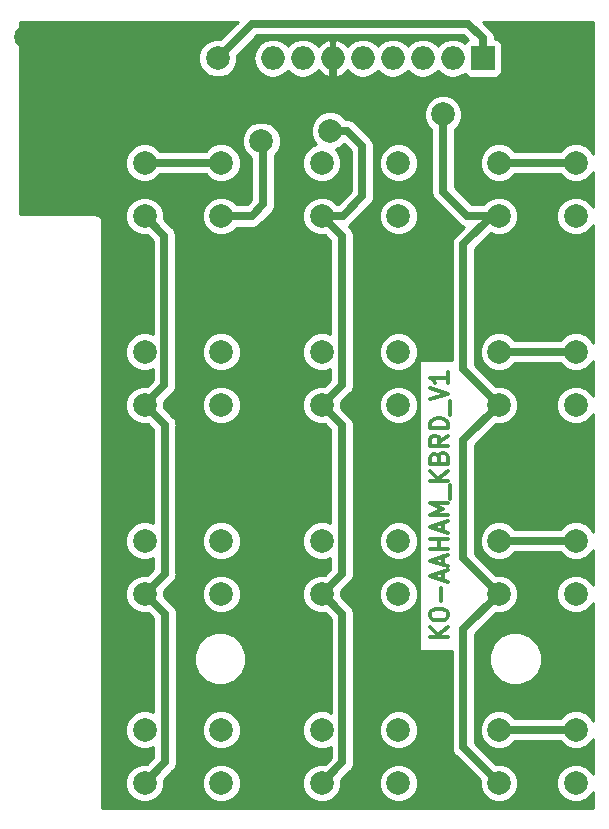
<source format=gbr>
G04 #@! TF.GenerationSoftware,KiCad,Pcbnew,5.0.2+dfsg1-1*
G04 #@! TF.CreationDate,2021-10-14T11:56:23+05:30*
G04 #@! TF.ProjectId,KEYBORD_PCB_V1,4b455942-4f52-4445-9f50-43425f56312e,rev?*
G04 #@! TF.SameCoordinates,Original*
G04 #@! TF.FileFunction,Copper,L1,Top*
G04 #@! TF.FilePolarity,Positive*
%FSLAX46Y46*%
G04 Gerber Fmt 4.6, Leading zero omitted, Abs format (unit mm)*
G04 Created by KiCad (PCBNEW 5.0.2+dfsg1-1) date Thu 14 Oct 2021 11:56:23 AM IST*
%MOMM*%
%LPD*%
G01*
G04 APERTURE LIST*
G04 #@! TA.AperFunction,NonConductor*
%ADD10C,0.300000*%
G04 #@! TD*
G04 #@! TA.AperFunction,ComponentPad*
%ADD11O,2.000000X2.000000*%
G04 #@! TD*
G04 #@! TA.AperFunction,ComponentPad*
%ADD12R,2.000000X2.000000*%
G04 #@! TD*
G04 #@! TA.AperFunction,ComponentPad*
%ADD13C,2.000000*%
G04 #@! TD*
G04 #@! TA.AperFunction,ViaPad*
%ADD14C,2.000000*%
G04 #@! TD*
G04 #@! TA.AperFunction,Conductor*
%ADD15C,0.700000*%
G04 #@! TD*
G04 #@! TA.AperFunction,Conductor*
%ADD16C,0.254000*%
G04 #@! TD*
G04 APERTURE END LIST*
D10*
X102678571Y-89178571D02*
X101178571Y-89178571D01*
X102678571Y-88321428D02*
X101821428Y-88964285D01*
X101178571Y-88321428D02*
X102035714Y-89178571D01*
X101178571Y-87392857D02*
X101178571Y-87107142D01*
X101250000Y-86964285D01*
X101392857Y-86821428D01*
X101678571Y-86750000D01*
X102178571Y-86750000D01*
X102464285Y-86821428D01*
X102607142Y-86964285D01*
X102678571Y-87107142D01*
X102678571Y-87392857D01*
X102607142Y-87535714D01*
X102464285Y-87678571D01*
X102178571Y-87750000D01*
X101678571Y-87750000D01*
X101392857Y-87678571D01*
X101250000Y-87535714D01*
X101178571Y-87392857D01*
X102107142Y-86107142D02*
X102107142Y-84964285D01*
X102250000Y-84321428D02*
X102250000Y-83607142D01*
X102678571Y-84464285D02*
X101178571Y-83964285D01*
X102678571Y-83464285D01*
X102250000Y-83035714D02*
X102250000Y-82321428D01*
X102678571Y-83178571D02*
X101178571Y-82678571D01*
X102678571Y-82178571D01*
X102678571Y-81678571D02*
X101178571Y-81678571D01*
X101892857Y-81678571D02*
X101892857Y-80821428D01*
X102678571Y-80821428D02*
X101178571Y-80821428D01*
X102250000Y-80178571D02*
X102250000Y-79464285D01*
X102678571Y-80321428D02*
X101178571Y-79821428D01*
X102678571Y-79321428D01*
X102678571Y-78821428D02*
X101178571Y-78821428D01*
X102250000Y-78321428D01*
X101178571Y-77821428D01*
X102678571Y-77821428D01*
X102821428Y-77464285D02*
X102821428Y-76321428D01*
X102678571Y-75964285D02*
X101178571Y-75964285D01*
X102678571Y-75107142D02*
X101821428Y-75750000D01*
X101178571Y-75107142D02*
X102035714Y-75964285D01*
X101892857Y-73964285D02*
X101964285Y-73750000D01*
X102035714Y-73678571D01*
X102178571Y-73607142D01*
X102392857Y-73607142D01*
X102535714Y-73678571D01*
X102607142Y-73750000D01*
X102678571Y-73892857D01*
X102678571Y-74464285D01*
X101178571Y-74464285D01*
X101178571Y-73964285D01*
X101250000Y-73821428D01*
X101321428Y-73750000D01*
X101464285Y-73678571D01*
X101607142Y-73678571D01*
X101750000Y-73750000D01*
X101821428Y-73821428D01*
X101892857Y-73964285D01*
X101892857Y-74464285D01*
X102678571Y-72107142D02*
X101964285Y-72607142D01*
X102678571Y-72964285D02*
X101178571Y-72964285D01*
X101178571Y-72392857D01*
X101250000Y-72250000D01*
X101321428Y-72178571D01*
X101464285Y-72107142D01*
X101678571Y-72107142D01*
X101821428Y-72178571D01*
X101892857Y-72250000D01*
X101964285Y-72392857D01*
X101964285Y-72964285D01*
X102678571Y-71464285D02*
X101178571Y-71464285D01*
X101178571Y-71107142D01*
X101250000Y-70892857D01*
X101392857Y-70750000D01*
X101535714Y-70678571D01*
X101821428Y-70607142D01*
X102035714Y-70607142D01*
X102321428Y-70678571D01*
X102464285Y-70750000D01*
X102607142Y-70892857D01*
X102678571Y-71107142D01*
X102678571Y-71464285D01*
X102821428Y-70321428D02*
X102821428Y-69178571D01*
X101178571Y-69035714D02*
X102678571Y-68535714D01*
X101178571Y-68035714D01*
X102678571Y-66750000D02*
X102678571Y-67607142D01*
X102678571Y-67178571D02*
X101178571Y-67178571D01*
X101392857Y-67321428D01*
X101535714Y-67464285D01*
X101607142Y-67607142D01*
D11*
G04 #@! TO.P,J1,8*
G04 #@! TO.N,+3V3*
X87870000Y-40150000D03*
G04 #@! TO.P,J1,7*
G04 #@! TO.N,Net-(J1-Pad7)*
X90410000Y-40150000D03*
G04 #@! TO.P,J1,6*
G04 #@! TO.N,GND*
X92950000Y-40150000D03*
G04 #@! TO.P,J1,5*
G04 #@! TO.N,Net-(J1-Pad5)*
X95490000Y-40150000D03*
G04 #@! TO.P,J1,4*
G04 #@! TO.N,Net-(J1-Pad4)*
X98030000Y-40150000D03*
G04 #@! TO.P,J1,3*
G04 #@! TO.N,Net-(J1-Pad3)*
X100570000Y-40150000D03*
G04 #@! TO.P,J1,2*
G04 #@! TO.N,SDA*
X103110000Y-40150000D03*
D12*
G04 #@! TO.P,J1,1*
G04 #@! TO.N,SCL*
X105650000Y-40150000D03*
G04 #@! TD*
D13*
G04 #@! TO.P,SW1,2*
G04 #@! TO.N,C1*
X77000000Y-53500000D03*
G04 #@! TO.P,SW1,1*
G04 #@! TO.N,R1*
X77000000Y-49000000D03*
G04 #@! TO.P,SW1,2*
G04 #@! TO.N,C1*
X83500000Y-53500000D03*
G04 #@! TO.P,SW1,1*
G04 #@! TO.N,R1*
X83500000Y-49000000D03*
G04 #@! TD*
G04 #@! TO.P,SW2,1*
G04 #@! TO.N,R2*
X83500000Y-65000000D03*
G04 #@! TO.P,SW2,2*
G04 #@! TO.N,C1*
X83500000Y-69500000D03*
G04 #@! TO.P,SW2,1*
G04 #@! TO.N,R2*
X77000000Y-65000000D03*
G04 #@! TO.P,SW2,2*
G04 #@! TO.N,C1*
X77000000Y-69500000D03*
G04 #@! TD*
G04 #@! TO.P,SW3,1*
G04 #@! TO.N,R3*
X83500000Y-81000000D03*
G04 #@! TO.P,SW3,2*
G04 #@! TO.N,C1*
X83500000Y-85500000D03*
G04 #@! TO.P,SW3,1*
G04 #@! TO.N,R3*
X77000000Y-81000000D03*
G04 #@! TO.P,SW3,2*
G04 #@! TO.N,C1*
X77000000Y-85500000D03*
G04 #@! TD*
G04 #@! TO.P,SW4,2*
G04 #@! TO.N,C1*
X77000000Y-101500000D03*
G04 #@! TO.P,SW4,1*
G04 #@! TO.N,R4*
X77000000Y-97000000D03*
G04 #@! TO.P,SW4,2*
G04 #@! TO.N,C1*
X83500000Y-101500000D03*
G04 #@! TO.P,SW4,1*
G04 #@! TO.N,R4*
X83500000Y-97000000D03*
G04 #@! TD*
G04 #@! TO.P,SW5,1*
G04 #@! TO.N,R1*
X98500000Y-49000000D03*
G04 #@! TO.P,SW5,2*
G04 #@! TO.N,C2*
X98500000Y-53500000D03*
G04 #@! TO.P,SW5,1*
G04 #@! TO.N,R1*
X92000000Y-49000000D03*
G04 #@! TO.P,SW5,2*
G04 #@! TO.N,C2*
X92000000Y-53500000D03*
G04 #@! TD*
G04 #@! TO.P,SW6,1*
G04 #@! TO.N,R2*
X98500000Y-65000000D03*
G04 #@! TO.P,SW6,2*
G04 #@! TO.N,C2*
X98500000Y-69500000D03*
G04 #@! TO.P,SW6,1*
G04 #@! TO.N,R2*
X92000000Y-65000000D03*
G04 #@! TO.P,SW6,2*
G04 #@! TO.N,C2*
X92000000Y-69500000D03*
G04 #@! TD*
G04 #@! TO.P,SW7,2*
G04 #@! TO.N,C2*
X92000000Y-85500000D03*
G04 #@! TO.P,SW7,1*
G04 #@! TO.N,R3*
X92000000Y-81000000D03*
G04 #@! TO.P,SW7,2*
G04 #@! TO.N,C2*
X98500000Y-85500000D03*
G04 #@! TO.P,SW7,1*
G04 #@! TO.N,R3*
X98500000Y-81000000D03*
G04 #@! TD*
G04 #@! TO.P,SW8,1*
G04 #@! TO.N,R4*
X98500000Y-97000000D03*
G04 #@! TO.P,SW8,2*
G04 #@! TO.N,C2*
X98500000Y-101500000D03*
G04 #@! TO.P,SW8,1*
G04 #@! TO.N,R4*
X92000000Y-97000000D03*
G04 #@! TO.P,SW8,2*
G04 #@! TO.N,C2*
X92000000Y-101500000D03*
G04 #@! TD*
G04 #@! TO.P,SW9,2*
G04 #@! TO.N,C3*
X107000000Y-53500000D03*
G04 #@! TO.P,SW9,1*
G04 #@! TO.N,R1*
X107000000Y-49000000D03*
G04 #@! TO.P,SW9,2*
G04 #@! TO.N,C3*
X113500000Y-53500000D03*
G04 #@! TO.P,SW9,1*
G04 #@! TO.N,R1*
X113500000Y-49000000D03*
G04 #@! TD*
G04 #@! TO.P,SW10,2*
G04 #@! TO.N,C3*
X107000000Y-69500000D03*
G04 #@! TO.P,SW10,1*
G04 #@! TO.N,R2*
X107000000Y-65000000D03*
G04 #@! TO.P,SW10,2*
G04 #@! TO.N,C3*
X113500000Y-69500000D03*
G04 #@! TO.P,SW10,1*
G04 #@! TO.N,R2*
X113500000Y-65000000D03*
G04 #@! TD*
G04 #@! TO.P,SW11,2*
G04 #@! TO.N,C3*
X107000000Y-85500000D03*
G04 #@! TO.P,SW11,1*
G04 #@! TO.N,R3*
X107000000Y-81000000D03*
G04 #@! TO.P,SW11,2*
G04 #@! TO.N,C3*
X113500000Y-85500000D03*
G04 #@! TO.P,SW11,1*
G04 #@! TO.N,R3*
X113500000Y-81000000D03*
G04 #@! TD*
G04 #@! TO.P,SW12,1*
G04 #@! TO.N,R4*
X113500000Y-97000000D03*
G04 #@! TO.P,SW12,2*
G04 #@! TO.N,C3*
X113500000Y-101500000D03*
G04 #@! TO.P,SW12,1*
G04 #@! TO.N,R4*
X107000000Y-97000000D03*
G04 #@! TO.P,SW12,2*
G04 #@! TO.N,C3*
X107000000Y-101500000D03*
G04 #@! TD*
D14*
G04 #@! TO.N,GND*
X66990010Y-38360000D03*
X81970000Y-46140000D03*
G04 #@! TO.N,C1*
X86880003Y-47140000D03*
G04 #@! TO.N,C2*
X92730000Y-46280000D03*
G04 #@! TO.N,C3*
X102280000Y-44910000D03*
G04 #@! TO.N,SCL*
X83200024Y-40140000D03*
G04 #@! TD*
D15*
G04 #@! TO.N,R4*
X107000000Y-97000000D02*
X113500000Y-97000000D01*
G04 #@! TO.N,R3*
X107000000Y-81000000D02*
X113500000Y-81000000D01*
G04 #@! TO.N,R2*
X107000000Y-65000000D02*
X113500000Y-65000000D01*
G04 #@! TO.N,R1*
X83500000Y-49000000D02*
X77000000Y-49000000D01*
X107000000Y-49000000D02*
X113500000Y-49000000D01*
G04 #@! TO.N,GND*
X66990010Y-38360000D02*
X74190000Y-38360000D01*
X74190000Y-38360000D02*
X80970001Y-45140001D01*
X80970001Y-45140001D02*
X81970000Y-46140000D01*
X85454213Y-44070000D02*
X83384213Y-46140000D01*
X91110000Y-44070000D02*
X85454213Y-44070000D01*
X83384213Y-46140000D02*
X81970000Y-46140000D01*
X92950000Y-40150000D02*
X92950000Y-42230000D01*
X92950000Y-42230000D02*
X91110000Y-44070000D01*
G04 #@! TO.N,C1*
X87040000Y-52530000D02*
X86070000Y-53500000D01*
X86880003Y-47140000D02*
X87040000Y-47299997D01*
X86070000Y-53500000D02*
X83500000Y-53500000D01*
X87040000Y-47299997D02*
X87040000Y-52530000D01*
X78720000Y-83780000D02*
X77000000Y-85500000D01*
X78720000Y-71190000D02*
X78720000Y-83780000D01*
X77040000Y-69510000D02*
X78720000Y-71190000D01*
X78730000Y-87160000D02*
X78730000Y-99750000D01*
X78730000Y-99750000D02*
X77010000Y-101470000D01*
X77050000Y-85480000D02*
X78730000Y-87160000D01*
X77999999Y-68500001D02*
X77000000Y-69500000D01*
X77000000Y-53500000D02*
X78680000Y-55180000D01*
X78680000Y-67820000D02*
X77999999Y-68500001D01*
X78680000Y-55180000D02*
X78680000Y-67820000D01*
G04 #@! TO.N,C2*
X93750000Y-87180000D02*
X93750000Y-99770000D01*
X92070000Y-85500000D02*
X93750000Y-87180000D01*
X93750000Y-99770000D02*
X92030000Y-101490000D01*
X94144213Y-46280000D02*
X95450000Y-47585787D01*
X92730000Y-46280000D02*
X94144213Y-46280000D01*
X95450000Y-47585787D02*
X95450000Y-51820000D01*
X93770000Y-53500000D02*
X92000000Y-53500000D01*
X95450000Y-51820000D02*
X93770000Y-53500000D01*
X93720000Y-83800000D02*
X92000000Y-85520000D01*
X93720000Y-71210000D02*
X93720000Y-83800000D01*
X92040000Y-69530000D02*
X93720000Y-71210000D01*
X93029999Y-68500001D02*
X92030000Y-69500000D01*
X93710000Y-67820000D02*
X93029999Y-68500001D01*
X92030000Y-53500000D02*
X93710000Y-55180000D01*
X93710000Y-55180000D02*
X93710000Y-67820000D01*
G04 #@! TO.N,C3*
X102270000Y-51440000D02*
X104330000Y-53500000D01*
X102270000Y-46334213D02*
X102270000Y-51440000D01*
X102280000Y-44910000D02*
X102280000Y-46324213D01*
X104330000Y-53500000D02*
X107000000Y-53500000D01*
X102280000Y-46324213D02*
X102270000Y-46334213D01*
X104000000Y-66500000D02*
X107000000Y-69500000D01*
X104000000Y-55900000D02*
X104000000Y-66500000D01*
X107000000Y-53500000D02*
X106400000Y-53500000D01*
X106400000Y-53500000D02*
X104000000Y-55900000D01*
X104000000Y-72500000D02*
X107000000Y-69500000D01*
X107000000Y-85500000D02*
X104000000Y-82500000D01*
X104000000Y-82500000D02*
X104000000Y-72500000D01*
X104000000Y-88500000D02*
X107000000Y-85500000D01*
X107000000Y-101500000D02*
X104000000Y-98500000D01*
X104000000Y-98500000D02*
X104000000Y-88500000D01*
G04 #@! TO.N,SCL*
X105650000Y-40150000D02*
X105650000Y-38450000D01*
X86130024Y-37210000D02*
X84200023Y-39140001D01*
X105650000Y-38450000D02*
X104410000Y-37210000D01*
X104410000Y-37210000D02*
X86130024Y-37210000D01*
X84200023Y-39140001D02*
X83200024Y-40140000D01*
G04 #@! TD*
D16*
G04 #@! TO.N,GND*
G36*
X83572120Y-38374904D02*
X83442024Y-38505000D01*
X82874802Y-38505000D01*
X82273871Y-38753914D01*
X81813938Y-39213847D01*
X81565024Y-39814778D01*
X81565024Y-40465222D01*
X81813938Y-41066153D01*
X82273871Y-41526086D01*
X82874802Y-41775000D01*
X83525246Y-41775000D01*
X84126177Y-41526086D01*
X84586110Y-41066153D01*
X84835024Y-40465222D01*
X84835024Y-40150000D01*
X86202969Y-40150000D01*
X86329864Y-40787945D01*
X86691231Y-41328769D01*
X87232055Y-41690136D01*
X87708969Y-41785000D01*
X88031031Y-41785000D01*
X88507945Y-41690136D01*
X89048769Y-41328769D01*
X89140000Y-41192232D01*
X89231231Y-41328769D01*
X89772055Y-41690136D01*
X90248969Y-41785000D01*
X90571031Y-41785000D01*
X91047945Y-41690136D01*
X91588769Y-41328769D01*
X91693499Y-41172029D01*
X92094615Y-41543402D01*
X92569566Y-41740124D01*
X92823000Y-41620777D01*
X92823000Y-40277000D01*
X92803000Y-40277000D01*
X92803000Y-40023000D01*
X92823000Y-40023000D01*
X92823000Y-38679223D01*
X92569566Y-38559876D01*
X92094615Y-38756598D01*
X91693499Y-39127971D01*
X91588769Y-38971231D01*
X91047945Y-38609864D01*
X90571031Y-38515000D01*
X90248969Y-38515000D01*
X89772055Y-38609864D01*
X89231231Y-38971231D01*
X89140000Y-39107768D01*
X89048769Y-38971231D01*
X88507945Y-38609864D01*
X88031031Y-38515000D01*
X87708969Y-38515000D01*
X87232055Y-38609864D01*
X86691231Y-38971231D01*
X86329864Y-39512055D01*
X86202969Y-40150000D01*
X84835024Y-40150000D01*
X84835024Y-39898000D01*
X84965120Y-39767904D01*
X86538025Y-38195000D01*
X104002000Y-38195000D01*
X104376223Y-38569224D01*
X104192191Y-38692191D01*
X104093100Y-38840489D01*
X103747945Y-38609864D01*
X103271031Y-38515000D01*
X102948969Y-38515000D01*
X102472055Y-38609864D01*
X101931231Y-38971231D01*
X101840000Y-39107768D01*
X101748769Y-38971231D01*
X101207945Y-38609864D01*
X100731031Y-38515000D01*
X100408969Y-38515000D01*
X99932055Y-38609864D01*
X99391231Y-38971231D01*
X99300000Y-39107768D01*
X99208769Y-38971231D01*
X98667945Y-38609864D01*
X98191031Y-38515000D01*
X97868969Y-38515000D01*
X97392055Y-38609864D01*
X96851231Y-38971231D01*
X96760000Y-39107768D01*
X96668769Y-38971231D01*
X96127945Y-38609864D01*
X95651031Y-38515000D01*
X95328969Y-38515000D01*
X94852055Y-38609864D01*
X94311231Y-38971231D01*
X94206501Y-39127971D01*
X93805385Y-38756598D01*
X93330434Y-38559876D01*
X93077000Y-38679223D01*
X93077000Y-40023000D01*
X93097000Y-40023000D01*
X93097000Y-40277000D01*
X93077000Y-40277000D01*
X93077000Y-41620777D01*
X93330434Y-41740124D01*
X93805385Y-41543402D01*
X94206501Y-41172029D01*
X94311231Y-41328769D01*
X94852055Y-41690136D01*
X95328969Y-41785000D01*
X95651031Y-41785000D01*
X96127945Y-41690136D01*
X96668769Y-41328769D01*
X96760000Y-41192232D01*
X96851231Y-41328769D01*
X97392055Y-41690136D01*
X97868969Y-41785000D01*
X98191031Y-41785000D01*
X98667945Y-41690136D01*
X99208769Y-41328769D01*
X99300000Y-41192232D01*
X99391231Y-41328769D01*
X99932055Y-41690136D01*
X100408969Y-41785000D01*
X100731031Y-41785000D01*
X101207945Y-41690136D01*
X101748769Y-41328769D01*
X101840000Y-41192232D01*
X101931231Y-41328769D01*
X102472055Y-41690136D01*
X102948969Y-41785000D01*
X103271031Y-41785000D01*
X103747945Y-41690136D01*
X104093100Y-41459511D01*
X104192191Y-41607809D01*
X104402235Y-41748157D01*
X104650000Y-41797440D01*
X106650000Y-41797440D01*
X106897765Y-41748157D01*
X107107809Y-41607809D01*
X107248157Y-41397765D01*
X107297440Y-41150000D01*
X107297440Y-39150000D01*
X107248157Y-38902235D01*
X107107809Y-38692191D01*
X106897765Y-38551843D01*
X106650000Y-38502560D01*
X106643841Y-38502560D01*
X106654296Y-38450000D01*
X106635000Y-38352992D01*
X106635000Y-38352988D01*
X106577849Y-38065672D01*
X106425659Y-37837903D01*
X106415098Y-37822097D01*
X106415096Y-37822095D01*
X106360145Y-37739855D01*
X106277905Y-37684904D01*
X105668000Y-37075000D01*
X114955000Y-37075000D01*
X114955000Y-48240220D01*
X114886086Y-48073847D01*
X114426153Y-47613914D01*
X113825222Y-47365000D01*
X113174778Y-47365000D01*
X112573847Y-47613914D01*
X112172761Y-48015000D01*
X108327239Y-48015000D01*
X107926153Y-47613914D01*
X107325222Y-47365000D01*
X106674778Y-47365000D01*
X106073847Y-47613914D01*
X105613914Y-48073847D01*
X105365000Y-48674778D01*
X105365000Y-49325222D01*
X105613914Y-49926153D01*
X106073847Y-50386086D01*
X106674778Y-50635000D01*
X107325222Y-50635000D01*
X107926153Y-50386086D01*
X108327239Y-49985000D01*
X112172761Y-49985000D01*
X112573847Y-50386086D01*
X113174778Y-50635000D01*
X113825222Y-50635000D01*
X114426153Y-50386086D01*
X114886086Y-49926153D01*
X114955000Y-49759780D01*
X114955000Y-52740221D01*
X114886086Y-52573847D01*
X114426153Y-52113914D01*
X113825222Y-51865000D01*
X113174778Y-51865000D01*
X112573847Y-52113914D01*
X112113914Y-52573847D01*
X111865000Y-53174778D01*
X111865000Y-53825222D01*
X112113914Y-54426153D01*
X112573847Y-54886086D01*
X113174778Y-55135000D01*
X113825222Y-55135000D01*
X114426153Y-54886086D01*
X114886086Y-54426153D01*
X114955000Y-54259779D01*
X114955000Y-64240221D01*
X114886086Y-64073847D01*
X114426153Y-63613914D01*
X113825222Y-63365000D01*
X113174778Y-63365000D01*
X112573847Y-63613914D01*
X112172761Y-64015000D01*
X108327239Y-64015000D01*
X107926153Y-63613914D01*
X107325222Y-63365000D01*
X106674778Y-63365000D01*
X106073847Y-63613914D01*
X105613914Y-64073847D01*
X105365000Y-64674778D01*
X105365000Y-65325222D01*
X105613914Y-65926153D01*
X106073847Y-66386086D01*
X106674778Y-66635000D01*
X107325222Y-66635000D01*
X107926153Y-66386086D01*
X108327239Y-65985000D01*
X112172761Y-65985000D01*
X112573847Y-66386086D01*
X113174778Y-66635000D01*
X113825222Y-66635000D01*
X114426153Y-66386086D01*
X114886086Y-65926153D01*
X114955000Y-65759779D01*
X114955000Y-68740221D01*
X114886086Y-68573847D01*
X114426153Y-68113914D01*
X113825222Y-67865000D01*
X113174778Y-67865000D01*
X112573847Y-68113914D01*
X112113914Y-68573847D01*
X111865000Y-69174778D01*
X111865000Y-69825222D01*
X112113914Y-70426153D01*
X112573847Y-70886086D01*
X113174778Y-71135000D01*
X113825222Y-71135000D01*
X114426153Y-70886086D01*
X114886086Y-70426153D01*
X114955000Y-70259779D01*
X114955001Y-80240222D01*
X114886086Y-80073847D01*
X114426153Y-79613914D01*
X113825222Y-79365000D01*
X113174778Y-79365000D01*
X112573847Y-79613914D01*
X112172761Y-80015000D01*
X108327239Y-80015000D01*
X107926153Y-79613914D01*
X107325222Y-79365000D01*
X106674778Y-79365000D01*
X106073847Y-79613914D01*
X105613914Y-80073847D01*
X105365000Y-80674778D01*
X105365000Y-81325222D01*
X105613914Y-81926153D01*
X106073847Y-82386086D01*
X106674778Y-82635000D01*
X107325222Y-82635000D01*
X107926153Y-82386086D01*
X108327239Y-81985000D01*
X112172761Y-81985000D01*
X112573847Y-82386086D01*
X113174778Y-82635000D01*
X113825222Y-82635000D01*
X114426153Y-82386086D01*
X114886086Y-81926153D01*
X114955001Y-81759778D01*
X114955001Y-84740222D01*
X114886086Y-84573847D01*
X114426153Y-84113914D01*
X113825222Y-83865000D01*
X113174778Y-83865000D01*
X112573847Y-84113914D01*
X112113914Y-84573847D01*
X111865000Y-85174778D01*
X111865000Y-85825222D01*
X112113914Y-86426153D01*
X112573847Y-86886086D01*
X113174778Y-87135000D01*
X113825222Y-87135000D01*
X114426153Y-86886086D01*
X114886086Y-86426153D01*
X114955001Y-86259778D01*
X114955001Y-96240222D01*
X114886086Y-96073847D01*
X114426153Y-95613914D01*
X113825222Y-95365000D01*
X113174778Y-95365000D01*
X112573847Y-95613914D01*
X112172761Y-96015000D01*
X108327239Y-96015000D01*
X107926153Y-95613914D01*
X107325222Y-95365000D01*
X106674778Y-95365000D01*
X106073847Y-95613914D01*
X105613914Y-96073847D01*
X105365000Y-96674778D01*
X105365000Y-97325222D01*
X105613914Y-97926153D01*
X106073847Y-98386086D01*
X106674778Y-98635000D01*
X107325222Y-98635000D01*
X107926153Y-98386086D01*
X108327239Y-97985000D01*
X112172761Y-97985000D01*
X112573847Y-98386086D01*
X113174778Y-98635000D01*
X113825222Y-98635000D01*
X114426153Y-98386086D01*
X114886086Y-97926153D01*
X114955001Y-97759778D01*
X114955001Y-100740222D01*
X114886086Y-100573847D01*
X114426153Y-100113914D01*
X113825222Y-99865000D01*
X113174778Y-99865000D01*
X112573847Y-100113914D01*
X112113914Y-100573847D01*
X111865000Y-101174778D01*
X111865000Y-101825222D01*
X112113914Y-102426153D01*
X112573847Y-102886086D01*
X113174778Y-103135000D01*
X113825222Y-103135000D01*
X114426153Y-102886086D01*
X114886086Y-102426153D01*
X114955001Y-102259778D01*
X114955001Y-103605000D01*
X73425000Y-103605000D01*
X73425000Y-54142387D01*
X73439399Y-54070000D01*
X73382354Y-53783217D01*
X73219905Y-53540095D01*
X72976783Y-53377646D01*
X72762388Y-53335000D01*
X72690000Y-53320601D01*
X72617612Y-53335000D01*
X66425000Y-53335000D01*
X66425000Y-53174778D01*
X75365000Y-53174778D01*
X75365000Y-53825222D01*
X75613914Y-54426153D01*
X76073847Y-54886086D01*
X76674778Y-55135000D01*
X77241999Y-55135000D01*
X77695000Y-55588001D01*
X77695001Y-63518167D01*
X77325222Y-63365000D01*
X76674778Y-63365000D01*
X76073847Y-63613914D01*
X75613914Y-64073847D01*
X75365000Y-64674778D01*
X75365000Y-65325222D01*
X75613914Y-65926153D01*
X76073847Y-66386086D01*
X76674778Y-66635000D01*
X77325222Y-66635000D01*
X77695001Y-66481832D01*
X77695001Y-67411998D01*
X77372095Y-67734904D01*
X77372096Y-67734904D01*
X77242000Y-67865000D01*
X76674778Y-67865000D01*
X76073847Y-68113914D01*
X75613914Y-68573847D01*
X75365000Y-69174778D01*
X75365000Y-69825222D01*
X75613914Y-70426153D01*
X76073847Y-70886086D01*
X76674778Y-71135000D01*
X77271999Y-71135000D01*
X77735000Y-71598001D01*
X77735001Y-79534736D01*
X77325222Y-79365000D01*
X76674778Y-79365000D01*
X76073847Y-79613914D01*
X75613914Y-80073847D01*
X75365000Y-80674778D01*
X75365000Y-81325222D01*
X75613914Y-81926153D01*
X76073847Y-82386086D01*
X76674778Y-82635000D01*
X77325222Y-82635000D01*
X77735001Y-82465264D01*
X77735001Y-83371999D01*
X77242000Y-83865000D01*
X76674778Y-83865000D01*
X76073847Y-84113914D01*
X75613914Y-84573847D01*
X75365000Y-85174778D01*
X75365000Y-85825222D01*
X75613914Y-86426153D01*
X76073847Y-86886086D01*
X76674778Y-87135000D01*
X77311999Y-87135000D01*
X77745000Y-87568001D01*
X77745001Y-95538878D01*
X77325222Y-95365000D01*
X76674778Y-95365000D01*
X76073847Y-95613914D01*
X75613914Y-96073847D01*
X75365000Y-96674778D01*
X75365000Y-97325222D01*
X75613914Y-97926153D01*
X76073847Y-98386086D01*
X76674778Y-98635000D01*
X77325222Y-98635000D01*
X77745001Y-98461122D01*
X77745001Y-99341999D01*
X77222000Y-99865000D01*
X76674778Y-99865000D01*
X76073847Y-100113914D01*
X75613914Y-100573847D01*
X75365000Y-101174778D01*
X75365000Y-101825222D01*
X75613914Y-102426153D01*
X76073847Y-102886086D01*
X76674778Y-103135000D01*
X77325222Y-103135000D01*
X77926153Y-102886086D01*
X78386086Y-102426153D01*
X78635000Y-101825222D01*
X78635000Y-101238000D01*
X78698222Y-101174778D01*
X81865000Y-101174778D01*
X81865000Y-101825222D01*
X82113914Y-102426153D01*
X82573847Y-102886086D01*
X83174778Y-103135000D01*
X83825222Y-103135000D01*
X84426153Y-102886086D01*
X84886086Y-102426153D01*
X85135000Y-101825222D01*
X85135000Y-101174778D01*
X84886086Y-100573847D01*
X84426153Y-100113914D01*
X83825222Y-99865000D01*
X83174778Y-99865000D01*
X82573847Y-100113914D01*
X82113914Y-100573847D01*
X81865000Y-101174778D01*
X78698222Y-101174778D01*
X79357902Y-100515098D01*
X79440145Y-100460145D01*
X79657849Y-100134328D01*
X79715000Y-99847012D01*
X79715000Y-99847009D01*
X79734296Y-99750001D01*
X79715000Y-99652993D01*
X79715000Y-96674778D01*
X81865000Y-96674778D01*
X81865000Y-97325222D01*
X82113914Y-97926153D01*
X82573847Y-98386086D01*
X83174778Y-98635000D01*
X83825222Y-98635000D01*
X84426153Y-98386086D01*
X84886086Y-97926153D01*
X85135000Y-97325222D01*
X85135000Y-96674778D01*
X84886086Y-96073847D01*
X84426153Y-95613914D01*
X83825222Y-95365000D01*
X83174778Y-95365000D01*
X82573847Y-95613914D01*
X82113914Y-96073847D01*
X81865000Y-96674778D01*
X79715000Y-96674778D01*
X79715000Y-90555431D01*
X81155000Y-90555431D01*
X81155000Y-91444569D01*
X81495259Y-92266026D01*
X82123974Y-92894741D01*
X82945431Y-93235000D01*
X83834569Y-93235000D01*
X84656026Y-92894741D01*
X85284741Y-92266026D01*
X85625000Y-91444569D01*
X85625000Y-90555431D01*
X85284741Y-89733974D01*
X84656026Y-89105259D01*
X83834569Y-88765000D01*
X82945431Y-88765000D01*
X82123974Y-89105259D01*
X81495259Y-89733974D01*
X81155000Y-90555431D01*
X79715000Y-90555431D01*
X79715000Y-87257008D01*
X79734296Y-87160000D01*
X79715000Y-87062992D01*
X79715000Y-87062988D01*
X79657849Y-86775672D01*
X79495098Y-86532097D01*
X79495096Y-86532095D01*
X79440145Y-86449855D01*
X79357905Y-86394904D01*
X78635000Y-85671999D01*
X78635000Y-85258000D01*
X78718222Y-85174778D01*
X81865000Y-85174778D01*
X81865000Y-85825222D01*
X82113914Y-86426153D01*
X82573847Y-86886086D01*
X83174778Y-87135000D01*
X83825222Y-87135000D01*
X84426153Y-86886086D01*
X84886086Y-86426153D01*
X85135000Y-85825222D01*
X85135000Y-85174778D01*
X84886086Y-84573847D01*
X84426153Y-84113914D01*
X83825222Y-83865000D01*
X83174778Y-83865000D01*
X82573847Y-84113914D01*
X82113914Y-84573847D01*
X81865000Y-85174778D01*
X78718222Y-85174778D01*
X79347902Y-84545098D01*
X79430145Y-84490145D01*
X79647849Y-84164328D01*
X79705000Y-83877012D01*
X79705000Y-83877009D01*
X79724296Y-83780001D01*
X79705000Y-83682993D01*
X79705000Y-80674778D01*
X81865000Y-80674778D01*
X81865000Y-81325222D01*
X82113914Y-81926153D01*
X82573847Y-82386086D01*
X83174778Y-82635000D01*
X83825222Y-82635000D01*
X84426153Y-82386086D01*
X84886086Y-81926153D01*
X85135000Y-81325222D01*
X85135000Y-80674778D01*
X84886086Y-80073847D01*
X84426153Y-79613914D01*
X83825222Y-79365000D01*
X83174778Y-79365000D01*
X82573847Y-79613914D01*
X82113914Y-80073847D01*
X81865000Y-80674778D01*
X79705000Y-80674778D01*
X79705000Y-71287008D01*
X79724296Y-71190000D01*
X79705000Y-71092992D01*
X79705000Y-71092988D01*
X79647849Y-70805672D01*
X79485098Y-70562097D01*
X79485096Y-70562095D01*
X79430145Y-70479855D01*
X79347905Y-70424904D01*
X78635000Y-69711999D01*
X78635000Y-69258000D01*
X78718222Y-69174778D01*
X81865000Y-69174778D01*
X81865000Y-69825222D01*
X82113914Y-70426153D01*
X82573847Y-70886086D01*
X83174778Y-71135000D01*
X83825222Y-71135000D01*
X84426153Y-70886086D01*
X84886086Y-70426153D01*
X85135000Y-69825222D01*
X85135000Y-69174778D01*
X84886086Y-68573847D01*
X84426153Y-68113914D01*
X83825222Y-67865000D01*
X83174778Y-67865000D01*
X82573847Y-68113914D01*
X82113914Y-68573847D01*
X81865000Y-69174778D01*
X78718222Y-69174778D01*
X79307904Y-68585096D01*
X79390145Y-68530145D01*
X79445096Y-68447905D01*
X79445098Y-68447903D01*
X79607849Y-68204328D01*
X79625483Y-68115674D01*
X79665000Y-67917012D01*
X79665000Y-67917008D01*
X79684296Y-67820000D01*
X79665000Y-67722992D01*
X79665000Y-64674778D01*
X81865000Y-64674778D01*
X81865000Y-65325222D01*
X82113914Y-65926153D01*
X82573847Y-66386086D01*
X83174778Y-66635000D01*
X83825222Y-66635000D01*
X84426153Y-66386086D01*
X84886086Y-65926153D01*
X85135000Y-65325222D01*
X85135000Y-64674778D01*
X84886086Y-64073847D01*
X84426153Y-63613914D01*
X83825222Y-63365000D01*
X83174778Y-63365000D01*
X82573847Y-63613914D01*
X82113914Y-64073847D01*
X81865000Y-64674778D01*
X79665000Y-64674778D01*
X79665000Y-55277008D01*
X79684296Y-55180000D01*
X79665000Y-55082992D01*
X79665000Y-55082988D01*
X79607849Y-54795672D01*
X79477042Y-54599905D01*
X79445098Y-54552097D01*
X79445096Y-54552095D01*
X79390145Y-54469855D01*
X79307905Y-54414904D01*
X78635000Y-53741999D01*
X78635000Y-53174778D01*
X81865000Y-53174778D01*
X81865000Y-53825222D01*
X82113914Y-54426153D01*
X82573847Y-54886086D01*
X83174778Y-55135000D01*
X83825222Y-55135000D01*
X84426153Y-54886086D01*
X84827239Y-54485000D01*
X85972992Y-54485000D01*
X86070000Y-54504296D01*
X86167008Y-54485000D01*
X86167012Y-54485000D01*
X86454328Y-54427849D01*
X86780145Y-54210145D01*
X86835098Y-54127902D01*
X87667902Y-53295098D01*
X87750145Y-53240145D01*
X87967849Y-52914328D01*
X88025000Y-52627012D01*
X88025000Y-52627009D01*
X88044296Y-52530001D01*
X88025000Y-52432993D01*
X88025000Y-48674778D01*
X90365000Y-48674778D01*
X90365000Y-49325222D01*
X90613914Y-49926153D01*
X91073847Y-50386086D01*
X91674778Y-50635000D01*
X92325222Y-50635000D01*
X92926153Y-50386086D01*
X93386086Y-49926153D01*
X93635000Y-49325222D01*
X93635000Y-48674778D01*
X93386086Y-48073847D01*
X93176856Y-47864617D01*
X93656153Y-47666086D01*
X93896726Y-47425513D01*
X94465000Y-47993788D01*
X94465001Y-51411998D01*
X93362000Y-52515000D01*
X93327239Y-52515000D01*
X92926153Y-52113914D01*
X92325222Y-51865000D01*
X91674778Y-51865000D01*
X91073847Y-52113914D01*
X90613914Y-52573847D01*
X90365000Y-53174778D01*
X90365000Y-53825222D01*
X90613914Y-54426153D01*
X91073847Y-54886086D01*
X91674778Y-55135000D01*
X92271999Y-55135000D01*
X92725000Y-55588001D01*
X92725001Y-63530594D01*
X92325222Y-63365000D01*
X91674778Y-63365000D01*
X91073847Y-63613914D01*
X90613914Y-64073847D01*
X90365000Y-64674778D01*
X90365000Y-65325222D01*
X90613914Y-65926153D01*
X91073847Y-66386086D01*
X91674778Y-66635000D01*
X92325222Y-66635000D01*
X92725001Y-66469406D01*
X92725001Y-67411998D01*
X92402095Y-67734904D01*
X92402096Y-67734904D01*
X92272000Y-67865000D01*
X91674778Y-67865000D01*
X91073847Y-68113914D01*
X90613914Y-68573847D01*
X90365000Y-69174778D01*
X90365000Y-69825222D01*
X90613914Y-70426153D01*
X91073847Y-70886086D01*
X91674778Y-71135000D01*
X92251999Y-71135000D01*
X92735000Y-71618001D01*
X92735001Y-79534736D01*
X92325222Y-79365000D01*
X91674778Y-79365000D01*
X91073847Y-79613914D01*
X90613914Y-80073847D01*
X90365000Y-80674778D01*
X90365000Y-81325222D01*
X90613914Y-81926153D01*
X91073847Y-82386086D01*
X91674778Y-82635000D01*
X92325222Y-82635000D01*
X92735001Y-82465264D01*
X92735001Y-83391999D01*
X92262000Y-83865000D01*
X91674778Y-83865000D01*
X91073847Y-84113914D01*
X90613914Y-84573847D01*
X90365000Y-85174778D01*
X90365000Y-85825222D01*
X90613914Y-86426153D01*
X91073847Y-86886086D01*
X91674778Y-87135000D01*
X92311999Y-87135000D01*
X92765000Y-87588001D01*
X92765001Y-95547162D01*
X92325222Y-95365000D01*
X91674778Y-95365000D01*
X91073847Y-95613914D01*
X90613914Y-96073847D01*
X90365000Y-96674778D01*
X90365000Y-97325222D01*
X90613914Y-97926153D01*
X91073847Y-98386086D01*
X91674778Y-98635000D01*
X92325222Y-98635000D01*
X92765001Y-98452837D01*
X92765001Y-99361999D01*
X92262000Y-99865000D01*
X91674778Y-99865000D01*
X91073847Y-100113914D01*
X90613914Y-100573847D01*
X90365000Y-101174778D01*
X90365000Y-101825222D01*
X90613914Y-102426153D01*
X91073847Y-102886086D01*
X91674778Y-103135000D01*
X92325222Y-103135000D01*
X92926153Y-102886086D01*
X93386086Y-102426153D01*
X93635000Y-101825222D01*
X93635000Y-101278000D01*
X93738222Y-101174778D01*
X96865000Y-101174778D01*
X96865000Y-101825222D01*
X97113914Y-102426153D01*
X97573847Y-102886086D01*
X98174778Y-103135000D01*
X98825222Y-103135000D01*
X99426153Y-102886086D01*
X99886086Y-102426153D01*
X100135000Y-101825222D01*
X100135000Y-101174778D01*
X99886086Y-100573847D01*
X99426153Y-100113914D01*
X98825222Y-99865000D01*
X98174778Y-99865000D01*
X97573847Y-100113914D01*
X97113914Y-100573847D01*
X96865000Y-101174778D01*
X93738222Y-101174778D01*
X94377902Y-100535098D01*
X94460145Y-100480145D01*
X94677849Y-100154328D01*
X94735000Y-99867012D01*
X94735000Y-99867009D01*
X94754296Y-99770001D01*
X94735000Y-99672993D01*
X94735000Y-96674778D01*
X96865000Y-96674778D01*
X96865000Y-97325222D01*
X97113914Y-97926153D01*
X97573847Y-98386086D01*
X98174778Y-98635000D01*
X98825222Y-98635000D01*
X99426153Y-98386086D01*
X99886086Y-97926153D01*
X100135000Y-97325222D01*
X100135000Y-96674778D01*
X99886086Y-96073847D01*
X99426153Y-95613914D01*
X98825222Y-95365000D01*
X98174778Y-95365000D01*
X97573847Y-95613914D01*
X97113914Y-96073847D01*
X96865000Y-96674778D01*
X94735000Y-96674778D01*
X94735000Y-87277008D01*
X94754296Y-87180000D01*
X94735000Y-87082992D01*
X94735000Y-87082988D01*
X94677849Y-86795672D01*
X94664485Y-86775672D01*
X94515098Y-86552097D01*
X94515096Y-86552095D01*
X94460145Y-86469855D01*
X94377905Y-86414904D01*
X93635000Y-85671999D01*
X93635000Y-85278000D01*
X93738222Y-85174778D01*
X96865000Y-85174778D01*
X96865000Y-85825222D01*
X97113914Y-86426153D01*
X97573847Y-86886086D01*
X98174778Y-87135000D01*
X98825222Y-87135000D01*
X99426153Y-86886086D01*
X99886086Y-86426153D01*
X100135000Y-85825222D01*
X100135000Y-85174778D01*
X99886086Y-84573847D01*
X99426153Y-84113914D01*
X98825222Y-83865000D01*
X98174778Y-83865000D01*
X97573847Y-84113914D01*
X97113914Y-84573847D01*
X96865000Y-85174778D01*
X93738222Y-85174778D01*
X94347902Y-84565098D01*
X94430145Y-84510145D01*
X94647849Y-84184328D01*
X94705000Y-83897012D01*
X94705000Y-83897009D01*
X94724296Y-83800001D01*
X94705000Y-83702993D01*
X94705000Y-80674778D01*
X96865000Y-80674778D01*
X96865000Y-81325222D01*
X97113914Y-81926153D01*
X97573847Y-82386086D01*
X98174778Y-82635000D01*
X98825222Y-82635000D01*
X99426153Y-82386086D01*
X99886086Y-81926153D01*
X100135000Y-81325222D01*
X100135000Y-80674778D01*
X99886086Y-80073847D01*
X99426153Y-79613914D01*
X98825222Y-79365000D01*
X98174778Y-79365000D01*
X97573847Y-79613914D01*
X97113914Y-80073847D01*
X96865000Y-80674778D01*
X94705000Y-80674778D01*
X94705000Y-71307008D01*
X94724296Y-71210000D01*
X94705000Y-71112992D01*
X94705000Y-71112988D01*
X94647849Y-70825672D01*
X94634485Y-70805672D01*
X94485098Y-70582097D01*
X94485096Y-70582095D01*
X94430145Y-70499855D01*
X94347905Y-70444904D01*
X93635000Y-69731999D01*
X93635000Y-69288000D01*
X93748222Y-69174778D01*
X96865000Y-69174778D01*
X96865000Y-69825222D01*
X97113914Y-70426153D01*
X97573847Y-70886086D01*
X98174778Y-71135000D01*
X98825222Y-71135000D01*
X99426153Y-70886086D01*
X99886086Y-70426153D01*
X100135000Y-69825222D01*
X100135000Y-69174778D01*
X99886086Y-68573847D01*
X99426153Y-68113914D01*
X98825222Y-67865000D01*
X98174778Y-67865000D01*
X97573847Y-68113914D01*
X97113914Y-68573847D01*
X96865000Y-69174778D01*
X93748222Y-69174778D01*
X94337904Y-68585096D01*
X94420145Y-68530145D01*
X94475096Y-68447905D01*
X94475098Y-68447903D01*
X94637849Y-68204328D01*
X94655483Y-68115674D01*
X94695000Y-67917012D01*
X94695000Y-67917008D01*
X94714296Y-67820000D01*
X94695000Y-67722992D01*
X94695000Y-64674778D01*
X96865000Y-64674778D01*
X96865000Y-65325222D01*
X97113914Y-65926153D01*
X97573847Y-66386086D01*
X98174778Y-66635000D01*
X98825222Y-66635000D01*
X99426153Y-66386086D01*
X99886086Y-65926153D01*
X99988342Y-65679285D01*
X100210000Y-65679285D01*
X100210000Y-90320714D01*
X103015001Y-90320714D01*
X103015000Y-98402992D01*
X102995704Y-98500000D01*
X103015000Y-98597008D01*
X103015000Y-98597011D01*
X103059783Y-98822151D01*
X103072151Y-98884327D01*
X103139354Y-98984903D01*
X103289855Y-99210145D01*
X103372098Y-99265098D01*
X105365000Y-101258001D01*
X105365000Y-101825222D01*
X105613914Y-102426153D01*
X106073847Y-102886086D01*
X106674778Y-103135000D01*
X107325222Y-103135000D01*
X107926153Y-102886086D01*
X108386086Y-102426153D01*
X108635000Y-101825222D01*
X108635000Y-101174778D01*
X108386086Y-100573847D01*
X107926153Y-100113914D01*
X107325222Y-99865000D01*
X106758001Y-99865000D01*
X104985000Y-98092000D01*
X104985000Y-90555431D01*
X106145000Y-90555431D01*
X106145000Y-91444569D01*
X106485259Y-92266026D01*
X107113974Y-92894741D01*
X107935431Y-93235000D01*
X108824569Y-93235000D01*
X109646026Y-92894741D01*
X110274741Y-92266026D01*
X110615000Y-91444569D01*
X110615000Y-90555431D01*
X110274741Y-89733974D01*
X109646026Y-89105259D01*
X108824569Y-88765000D01*
X107935431Y-88765000D01*
X107113974Y-89105259D01*
X106485259Y-89733974D01*
X106145000Y-90555431D01*
X104985000Y-90555431D01*
X104985000Y-88908000D01*
X106758001Y-87135000D01*
X107325222Y-87135000D01*
X107926153Y-86886086D01*
X108386086Y-86426153D01*
X108635000Y-85825222D01*
X108635000Y-85174778D01*
X108386086Y-84573847D01*
X107926153Y-84113914D01*
X107325222Y-83865000D01*
X106758001Y-83865000D01*
X104985000Y-82092000D01*
X104985000Y-72908000D01*
X106758001Y-71135000D01*
X107325222Y-71135000D01*
X107926153Y-70886086D01*
X108386086Y-70426153D01*
X108635000Y-69825222D01*
X108635000Y-69174778D01*
X108386086Y-68573847D01*
X107926153Y-68113914D01*
X107325222Y-67865000D01*
X106758001Y-67865000D01*
X104985000Y-66092000D01*
X104985000Y-56308000D01*
X106309361Y-54983639D01*
X106674778Y-55135000D01*
X107325222Y-55135000D01*
X107926153Y-54886086D01*
X108386086Y-54426153D01*
X108635000Y-53825222D01*
X108635000Y-53174778D01*
X108386086Y-52573847D01*
X107926153Y-52113914D01*
X107325222Y-51865000D01*
X106674778Y-51865000D01*
X106073847Y-52113914D01*
X105672761Y-52515000D01*
X104738001Y-52515000D01*
X103255000Y-51032000D01*
X103255000Y-46471498D01*
X103265000Y-46421225D01*
X103265000Y-46421222D01*
X103284296Y-46324214D01*
X103266665Y-46235574D01*
X103666086Y-45836153D01*
X103915000Y-45235222D01*
X103915000Y-44584778D01*
X103666086Y-43983847D01*
X103206153Y-43523914D01*
X102605222Y-43275000D01*
X101954778Y-43275000D01*
X101353847Y-43523914D01*
X100893914Y-43983847D01*
X100645000Y-44584778D01*
X100645000Y-45235222D01*
X100893914Y-45836153D01*
X101286653Y-46228892D01*
X101285000Y-46237202D01*
X101285000Y-46237205D01*
X101265704Y-46334213D01*
X101285000Y-46431221D01*
X101285001Y-51342987D01*
X101265704Y-51440000D01*
X101342151Y-51824327D01*
X101504902Y-52067902D01*
X101504905Y-52067905D01*
X101559856Y-52150145D01*
X101642096Y-52205096D01*
X103564904Y-54127905D01*
X103619855Y-54210145D01*
X103702095Y-54265096D01*
X103702097Y-54265098D01*
X103839314Y-54356783D01*
X103945672Y-54427849D01*
X104057005Y-54449995D01*
X103372098Y-55134902D01*
X103289855Y-55189855D01*
X103072151Y-55515673D01*
X103015000Y-55802989D01*
X103015000Y-55802992D01*
X102995704Y-55900000D01*
X103015000Y-55997008D01*
X103015001Y-65679285D01*
X100210000Y-65679285D01*
X99988342Y-65679285D01*
X100135000Y-65325222D01*
X100135000Y-64674778D01*
X99886086Y-64073847D01*
X99426153Y-63613914D01*
X98825222Y-63365000D01*
X98174778Y-63365000D01*
X97573847Y-63613914D01*
X97113914Y-64073847D01*
X96865000Y-64674778D01*
X94695000Y-64674778D01*
X94695000Y-55277008D01*
X94714296Y-55180000D01*
X94695000Y-55082992D01*
X94695000Y-55082988D01*
X94637849Y-54795672D01*
X94507042Y-54599905D01*
X94475098Y-54552097D01*
X94475096Y-54552095D01*
X94420145Y-54469855D01*
X94337905Y-54414904D01*
X94272134Y-54349133D01*
X94480145Y-54210145D01*
X94535098Y-54127902D01*
X95488222Y-53174778D01*
X96865000Y-53174778D01*
X96865000Y-53825222D01*
X97113914Y-54426153D01*
X97573847Y-54886086D01*
X98174778Y-55135000D01*
X98825222Y-55135000D01*
X99426153Y-54886086D01*
X99886086Y-54426153D01*
X100135000Y-53825222D01*
X100135000Y-53174778D01*
X99886086Y-52573847D01*
X99426153Y-52113914D01*
X98825222Y-51865000D01*
X98174778Y-51865000D01*
X97573847Y-52113914D01*
X97113914Y-52573847D01*
X96865000Y-53174778D01*
X95488222Y-53174778D01*
X96077905Y-52585096D01*
X96160145Y-52530145D01*
X96215096Y-52447905D01*
X96215098Y-52447903D01*
X96377849Y-52204328D01*
X96389516Y-52145673D01*
X96435000Y-51917012D01*
X96435000Y-51917008D01*
X96454296Y-51820000D01*
X96435000Y-51722992D01*
X96435000Y-48674778D01*
X96865000Y-48674778D01*
X96865000Y-49325222D01*
X97113914Y-49926153D01*
X97573847Y-50386086D01*
X98174778Y-50635000D01*
X98825222Y-50635000D01*
X99426153Y-50386086D01*
X99886086Y-49926153D01*
X100135000Y-49325222D01*
X100135000Y-48674778D01*
X99886086Y-48073847D01*
X99426153Y-47613914D01*
X98825222Y-47365000D01*
X98174778Y-47365000D01*
X97573847Y-47613914D01*
X97113914Y-48073847D01*
X96865000Y-48674778D01*
X96435000Y-48674778D01*
X96435000Y-47682795D01*
X96454296Y-47585787D01*
X96435000Y-47488779D01*
X96435000Y-47488775D01*
X96377849Y-47201459D01*
X96215098Y-46957884D01*
X96215096Y-46957882D01*
X96160145Y-46875642D01*
X96077905Y-46820691D01*
X94909311Y-45652098D01*
X94854358Y-45569855D01*
X94528541Y-45352151D01*
X94241225Y-45295000D01*
X94241221Y-45295000D01*
X94144213Y-45275704D01*
X94055574Y-45293335D01*
X93656153Y-44893914D01*
X93055222Y-44645000D01*
X92404778Y-44645000D01*
X91803847Y-44893914D01*
X91343914Y-45353847D01*
X91095000Y-45954778D01*
X91095000Y-46605222D01*
X91343914Y-47206153D01*
X91553144Y-47415383D01*
X91073847Y-47613914D01*
X90613914Y-48073847D01*
X90365000Y-48674778D01*
X88025000Y-48674778D01*
X88025000Y-48307242D01*
X88266089Y-48066153D01*
X88515003Y-47465222D01*
X88515003Y-46814778D01*
X88266089Y-46213847D01*
X87806156Y-45753914D01*
X87205225Y-45505000D01*
X86554781Y-45505000D01*
X85953850Y-45753914D01*
X85493917Y-46213847D01*
X85245003Y-46814778D01*
X85245003Y-47465222D01*
X85493917Y-48066153D01*
X85953850Y-48526086D01*
X86055000Y-48567984D01*
X86055001Y-52121999D01*
X85662000Y-52515000D01*
X84827239Y-52515000D01*
X84426153Y-52113914D01*
X83825222Y-51865000D01*
X83174778Y-51865000D01*
X82573847Y-52113914D01*
X82113914Y-52573847D01*
X81865000Y-53174778D01*
X78635000Y-53174778D01*
X78386086Y-52573847D01*
X77926153Y-52113914D01*
X77325222Y-51865000D01*
X76674778Y-51865000D01*
X76073847Y-52113914D01*
X75613914Y-52573847D01*
X75365000Y-53174778D01*
X66425000Y-53174778D01*
X66425000Y-48674778D01*
X75365000Y-48674778D01*
X75365000Y-49325222D01*
X75613914Y-49926153D01*
X76073847Y-50386086D01*
X76674778Y-50635000D01*
X77325222Y-50635000D01*
X77926153Y-50386086D01*
X78327239Y-49985000D01*
X82172761Y-49985000D01*
X82573847Y-50386086D01*
X83174778Y-50635000D01*
X83825222Y-50635000D01*
X84426153Y-50386086D01*
X84886086Y-49926153D01*
X85135000Y-49325222D01*
X85135000Y-48674778D01*
X84886086Y-48073847D01*
X84426153Y-47613914D01*
X83825222Y-47365000D01*
X83174778Y-47365000D01*
X82573847Y-47613914D01*
X82172761Y-48015000D01*
X78327239Y-48015000D01*
X77926153Y-47613914D01*
X77325222Y-47365000D01*
X76674778Y-47365000D01*
X76073847Y-47613914D01*
X75613914Y-48073847D01*
X75365000Y-48674778D01*
X66425000Y-48674778D01*
X66425000Y-37075000D01*
X84872023Y-37075000D01*
X83572120Y-38374904D01*
X83572120Y-38374904D01*
G37*
X83572120Y-38374904D02*
X83442024Y-38505000D01*
X82874802Y-38505000D01*
X82273871Y-38753914D01*
X81813938Y-39213847D01*
X81565024Y-39814778D01*
X81565024Y-40465222D01*
X81813938Y-41066153D01*
X82273871Y-41526086D01*
X82874802Y-41775000D01*
X83525246Y-41775000D01*
X84126177Y-41526086D01*
X84586110Y-41066153D01*
X84835024Y-40465222D01*
X84835024Y-40150000D01*
X86202969Y-40150000D01*
X86329864Y-40787945D01*
X86691231Y-41328769D01*
X87232055Y-41690136D01*
X87708969Y-41785000D01*
X88031031Y-41785000D01*
X88507945Y-41690136D01*
X89048769Y-41328769D01*
X89140000Y-41192232D01*
X89231231Y-41328769D01*
X89772055Y-41690136D01*
X90248969Y-41785000D01*
X90571031Y-41785000D01*
X91047945Y-41690136D01*
X91588769Y-41328769D01*
X91693499Y-41172029D01*
X92094615Y-41543402D01*
X92569566Y-41740124D01*
X92823000Y-41620777D01*
X92823000Y-40277000D01*
X92803000Y-40277000D01*
X92803000Y-40023000D01*
X92823000Y-40023000D01*
X92823000Y-38679223D01*
X92569566Y-38559876D01*
X92094615Y-38756598D01*
X91693499Y-39127971D01*
X91588769Y-38971231D01*
X91047945Y-38609864D01*
X90571031Y-38515000D01*
X90248969Y-38515000D01*
X89772055Y-38609864D01*
X89231231Y-38971231D01*
X89140000Y-39107768D01*
X89048769Y-38971231D01*
X88507945Y-38609864D01*
X88031031Y-38515000D01*
X87708969Y-38515000D01*
X87232055Y-38609864D01*
X86691231Y-38971231D01*
X86329864Y-39512055D01*
X86202969Y-40150000D01*
X84835024Y-40150000D01*
X84835024Y-39898000D01*
X84965120Y-39767904D01*
X86538025Y-38195000D01*
X104002000Y-38195000D01*
X104376223Y-38569224D01*
X104192191Y-38692191D01*
X104093100Y-38840489D01*
X103747945Y-38609864D01*
X103271031Y-38515000D01*
X102948969Y-38515000D01*
X102472055Y-38609864D01*
X101931231Y-38971231D01*
X101840000Y-39107768D01*
X101748769Y-38971231D01*
X101207945Y-38609864D01*
X100731031Y-38515000D01*
X100408969Y-38515000D01*
X99932055Y-38609864D01*
X99391231Y-38971231D01*
X99300000Y-39107768D01*
X99208769Y-38971231D01*
X98667945Y-38609864D01*
X98191031Y-38515000D01*
X97868969Y-38515000D01*
X97392055Y-38609864D01*
X96851231Y-38971231D01*
X96760000Y-39107768D01*
X96668769Y-38971231D01*
X96127945Y-38609864D01*
X95651031Y-38515000D01*
X95328969Y-38515000D01*
X94852055Y-38609864D01*
X94311231Y-38971231D01*
X94206501Y-39127971D01*
X93805385Y-38756598D01*
X93330434Y-38559876D01*
X93077000Y-38679223D01*
X93077000Y-40023000D01*
X93097000Y-40023000D01*
X93097000Y-40277000D01*
X93077000Y-40277000D01*
X93077000Y-41620777D01*
X93330434Y-41740124D01*
X93805385Y-41543402D01*
X94206501Y-41172029D01*
X94311231Y-41328769D01*
X94852055Y-41690136D01*
X95328969Y-41785000D01*
X95651031Y-41785000D01*
X96127945Y-41690136D01*
X96668769Y-41328769D01*
X96760000Y-41192232D01*
X96851231Y-41328769D01*
X97392055Y-41690136D01*
X97868969Y-41785000D01*
X98191031Y-41785000D01*
X98667945Y-41690136D01*
X99208769Y-41328769D01*
X99300000Y-41192232D01*
X99391231Y-41328769D01*
X99932055Y-41690136D01*
X100408969Y-41785000D01*
X100731031Y-41785000D01*
X101207945Y-41690136D01*
X101748769Y-41328769D01*
X101840000Y-41192232D01*
X101931231Y-41328769D01*
X102472055Y-41690136D01*
X102948969Y-41785000D01*
X103271031Y-41785000D01*
X103747945Y-41690136D01*
X104093100Y-41459511D01*
X104192191Y-41607809D01*
X104402235Y-41748157D01*
X104650000Y-41797440D01*
X106650000Y-41797440D01*
X106897765Y-41748157D01*
X107107809Y-41607809D01*
X107248157Y-41397765D01*
X107297440Y-41150000D01*
X107297440Y-39150000D01*
X107248157Y-38902235D01*
X107107809Y-38692191D01*
X106897765Y-38551843D01*
X106650000Y-38502560D01*
X106643841Y-38502560D01*
X106654296Y-38450000D01*
X106635000Y-38352992D01*
X106635000Y-38352988D01*
X106577849Y-38065672D01*
X106425659Y-37837903D01*
X106415098Y-37822097D01*
X106415096Y-37822095D01*
X106360145Y-37739855D01*
X106277905Y-37684904D01*
X105668000Y-37075000D01*
X114955000Y-37075000D01*
X114955000Y-48240220D01*
X114886086Y-48073847D01*
X114426153Y-47613914D01*
X113825222Y-47365000D01*
X113174778Y-47365000D01*
X112573847Y-47613914D01*
X112172761Y-48015000D01*
X108327239Y-48015000D01*
X107926153Y-47613914D01*
X107325222Y-47365000D01*
X106674778Y-47365000D01*
X106073847Y-47613914D01*
X105613914Y-48073847D01*
X105365000Y-48674778D01*
X105365000Y-49325222D01*
X105613914Y-49926153D01*
X106073847Y-50386086D01*
X106674778Y-50635000D01*
X107325222Y-50635000D01*
X107926153Y-50386086D01*
X108327239Y-49985000D01*
X112172761Y-49985000D01*
X112573847Y-50386086D01*
X113174778Y-50635000D01*
X113825222Y-50635000D01*
X114426153Y-50386086D01*
X114886086Y-49926153D01*
X114955000Y-49759780D01*
X114955000Y-52740221D01*
X114886086Y-52573847D01*
X114426153Y-52113914D01*
X113825222Y-51865000D01*
X113174778Y-51865000D01*
X112573847Y-52113914D01*
X112113914Y-52573847D01*
X111865000Y-53174778D01*
X111865000Y-53825222D01*
X112113914Y-54426153D01*
X112573847Y-54886086D01*
X113174778Y-55135000D01*
X113825222Y-55135000D01*
X114426153Y-54886086D01*
X114886086Y-54426153D01*
X114955000Y-54259779D01*
X114955000Y-64240221D01*
X114886086Y-64073847D01*
X114426153Y-63613914D01*
X113825222Y-63365000D01*
X113174778Y-63365000D01*
X112573847Y-63613914D01*
X112172761Y-64015000D01*
X108327239Y-64015000D01*
X107926153Y-63613914D01*
X107325222Y-63365000D01*
X106674778Y-63365000D01*
X106073847Y-63613914D01*
X105613914Y-64073847D01*
X105365000Y-64674778D01*
X105365000Y-65325222D01*
X105613914Y-65926153D01*
X106073847Y-66386086D01*
X106674778Y-66635000D01*
X107325222Y-66635000D01*
X107926153Y-66386086D01*
X108327239Y-65985000D01*
X112172761Y-65985000D01*
X112573847Y-66386086D01*
X113174778Y-66635000D01*
X113825222Y-66635000D01*
X114426153Y-66386086D01*
X114886086Y-65926153D01*
X114955000Y-65759779D01*
X114955000Y-68740221D01*
X114886086Y-68573847D01*
X114426153Y-68113914D01*
X113825222Y-67865000D01*
X113174778Y-67865000D01*
X112573847Y-68113914D01*
X112113914Y-68573847D01*
X111865000Y-69174778D01*
X111865000Y-69825222D01*
X112113914Y-70426153D01*
X112573847Y-70886086D01*
X113174778Y-71135000D01*
X113825222Y-71135000D01*
X114426153Y-70886086D01*
X114886086Y-70426153D01*
X114955000Y-70259779D01*
X114955001Y-80240222D01*
X114886086Y-80073847D01*
X114426153Y-79613914D01*
X113825222Y-79365000D01*
X113174778Y-79365000D01*
X112573847Y-79613914D01*
X112172761Y-80015000D01*
X108327239Y-80015000D01*
X107926153Y-79613914D01*
X107325222Y-79365000D01*
X106674778Y-79365000D01*
X106073847Y-79613914D01*
X105613914Y-80073847D01*
X105365000Y-80674778D01*
X105365000Y-81325222D01*
X105613914Y-81926153D01*
X106073847Y-82386086D01*
X106674778Y-82635000D01*
X107325222Y-82635000D01*
X107926153Y-82386086D01*
X108327239Y-81985000D01*
X112172761Y-81985000D01*
X112573847Y-82386086D01*
X113174778Y-82635000D01*
X113825222Y-82635000D01*
X114426153Y-82386086D01*
X114886086Y-81926153D01*
X114955001Y-81759778D01*
X114955001Y-84740222D01*
X114886086Y-84573847D01*
X114426153Y-84113914D01*
X113825222Y-83865000D01*
X113174778Y-83865000D01*
X112573847Y-84113914D01*
X112113914Y-84573847D01*
X111865000Y-85174778D01*
X111865000Y-85825222D01*
X112113914Y-86426153D01*
X112573847Y-86886086D01*
X113174778Y-87135000D01*
X113825222Y-87135000D01*
X114426153Y-86886086D01*
X114886086Y-86426153D01*
X114955001Y-86259778D01*
X114955001Y-96240222D01*
X114886086Y-96073847D01*
X114426153Y-95613914D01*
X113825222Y-95365000D01*
X113174778Y-95365000D01*
X112573847Y-95613914D01*
X112172761Y-96015000D01*
X108327239Y-96015000D01*
X107926153Y-95613914D01*
X107325222Y-95365000D01*
X106674778Y-95365000D01*
X106073847Y-95613914D01*
X105613914Y-96073847D01*
X105365000Y-96674778D01*
X105365000Y-97325222D01*
X105613914Y-97926153D01*
X106073847Y-98386086D01*
X106674778Y-98635000D01*
X107325222Y-98635000D01*
X107926153Y-98386086D01*
X108327239Y-97985000D01*
X112172761Y-97985000D01*
X112573847Y-98386086D01*
X113174778Y-98635000D01*
X113825222Y-98635000D01*
X114426153Y-98386086D01*
X114886086Y-97926153D01*
X114955001Y-97759778D01*
X114955001Y-100740222D01*
X114886086Y-100573847D01*
X114426153Y-100113914D01*
X113825222Y-99865000D01*
X113174778Y-99865000D01*
X112573847Y-100113914D01*
X112113914Y-100573847D01*
X111865000Y-101174778D01*
X111865000Y-101825222D01*
X112113914Y-102426153D01*
X112573847Y-102886086D01*
X113174778Y-103135000D01*
X113825222Y-103135000D01*
X114426153Y-102886086D01*
X114886086Y-102426153D01*
X114955001Y-102259778D01*
X114955001Y-103605000D01*
X73425000Y-103605000D01*
X73425000Y-54142387D01*
X73439399Y-54070000D01*
X73382354Y-53783217D01*
X73219905Y-53540095D01*
X72976783Y-53377646D01*
X72762388Y-53335000D01*
X72690000Y-53320601D01*
X72617612Y-53335000D01*
X66425000Y-53335000D01*
X66425000Y-53174778D01*
X75365000Y-53174778D01*
X75365000Y-53825222D01*
X75613914Y-54426153D01*
X76073847Y-54886086D01*
X76674778Y-55135000D01*
X77241999Y-55135000D01*
X77695000Y-55588001D01*
X77695001Y-63518167D01*
X77325222Y-63365000D01*
X76674778Y-63365000D01*
X76073847Y-63613914D01*
X75613914Y-64073847D01*
X75365000Y-64674778D01*
X75365000Y-65325222D01*
X75613914Y-65926153D01*
X76073847Y-66386086D01*
X76674778Y-66635000D01*
X77325222Y-66635000D01*
X77695001Y-66481832D01*
X77695001Y-67411998D01*
X77372095Y-67734904D01*
X77372096Y-67734904D01*
X77242000Y-67865000D01*
X76674778Y-67865000D01*
X76073847Y-68113914D01*
X75613914Y-68573847D01*
X75365000Y-69174778D01*
X75365000Y-69825222D01*
X75613914Y-70426153D01*
X76073847Y-70886086D01*
X76674778Y-71135000D01*
X77271999Y-71135000D01*
X77735000Y-71598001D01*
X77735001Y-79534736D01*
X77325222Y-79365000D01*
X76674778Y-79365000D01*
X76073847Y-79613914D01*
X75613914Y-80073847D01*
X75365000Y-80674778D01*
X75365000Y-81325222D01*
X75613914Y-81926153D01*
X76073847Y-82386086D01*
X76674778Y-82635000D01*
X77325222Y-82635000D01*
X77735001Y-82465264D01*
X77735001Y-83371999D01*
X77242000Y-83865000D01*
X76674778Y-83865000D01*
X76073847Y-84113914D01*
X75613914Y-84573847D01*
X75365000Y-85174778D01*
X75365000Y-85825222D01*
X75613914Y-86426153D01*
X76073847Y-86886086D01*
X76674778Y-87135000D01*
X77311999Y-87135000D01*
X77745000Y-87568001D01*
X77745001Y-95538878D01*
X77325222Y-95365000D01*
X76674778Y-95365000D01*
X76073847Y-95613914D01*
X75613914Y-96073847D01*
X75365000Y-96674778D01*
X75365000Y-97325222D01*
X75613914Y-97926153D01*
X76073847Y-98386086D01*
X76674778Y-98635000D01*
X77325222Y-98635000D01*
X77745001Y-98461122D01*
X77745001Y-99341999D01*
X77222000Y-99865000D01*
X76674778Y-99865000D01*
X76073847Y-100113914D01*
X75613914Y-100573847D01*
X75365000Y-101174778D01*
X75365000Y-101825222D01*
X75613914Y-102426153D01*
X76073847Y-102886086D01*
X76674778Y-103135000D01*
X77325222Y-103135000D01*
X77926153Y-102886086D01*
X78386086Y-102426153D01*
X78635000Y-101825222D01*
X78635000Y-101238000D01*
X78698222Y-101174778D01*
X81865000Y-101174778D01*
X81865000Y-101825222D01*
X82113914Y-102426153D01*
X82573847Y-102886086D01*
X83174778Y-103135000D01*
X83825222Y-103135000D01*
X84426153Y-102886086D01*
X84886086Y-102426153D01*
X85135000Y-101825222D01*
X85135000Y-101174778D01*
X84886086Y-100573847D01*
X84426153Y-100113914D01*
X83825222Y-99865000D01*
X83174778Y-99865000D01*
X82573847Y-100113914D01*
X82113914Y-100573847D01*
X81865000Y-101174778D01*
X78698222Y-101174778D01*
X79357902Y-100515098D01*
X79440145Y-100460145D01*
X79657849Y-100134328D01*
X79715000Y-99847012D01*
X79715000Y-99847009D01*
X79734296Y-99750001D01*
X79715000Y-99652993D01*
X79715000Y-96674778D01*
X81865000Y-96674778D01*
X81865000Y-97325222D01*
X82113914Y-97926153D01*
X82573847Y-98386086D01*
X83174778Y-98635000D01*
X83825222Y-98635000D01*
X84426153Y-98386086D01*
X84886086Y-97926153D01*
X85135000Y-97325222D01*
X85135000Y-96674778D01*
X84886086Y-96073847D01*
X84426153Y-95613914D01*
X83825222Y-95365000D01*
X83174778Y-95365000D01*
X82573847Y-95613914D01*
X82113914Y-96073847D01*
X81865000Y-96674778D01*
X79715000Y-96674778D01*
X79715000Y-90555431D01*
X81155000Y-90555431D01*
X81155000Y-91444569D01*
X81495259Y-92266026D01*
X82123974Y-92894741D01*
X82945431Y-93235000D01*
X83834569Y-93235000D01*
X84656026Y-92894741D01*
X85284741Y-92266026D01*
X85625000Y-91444569D01*
X85625000Y-90555431D01*
X85284741Y-89733974D01*
X84656026Y-89105259D01*
X83834569Y-88765000D01*
X82945431Y-88765000D01*
X82123974Y-89105259D01*
X81495259Y-89733974D01*
X81155000Y-90555431D01*
X79715000Y-90555431D01*
X79715000Y-87257008D01*
X79734296Y-87160000D01*
X79715000Y-87062992D01*
X79715000Y-87062988D01*
X79657849Y-86775672D01*
X79495098Y-86532097D01*
X79495096Y-86532095D01*
X79440145Y-86449855D01*
X79357905Y-86394904D01*
X78635000Y-85671999D01*
X78635000Y-85258000D01*
X78718222Y-85174778D01*
X81865000Y-85174778D01*
X81865000Y-85825222D01*
X82113914Y-86426153D01*
X82573847Y-86886086D01*
X83174778Y-87135000D01*
X83825222Y-87135000D01*
X84426153Y-86886086D01*
X84886086Y-86426153D01*
X85135000Y-85825222D01*
X85135000Y-85174778D01*
X84886086Y-84573847D01*
X84426153Y-84113914D01*
X83825222Y-83865000D01*
X83174778Y-83865000D01*
X82573847Y-84113914D01*
X82113914Y-84573847D01*
X81865000Y-85174778D01*
X78718222Y-85174778D01*
X79347902Y-84545098D01*
X79430145Y-84490145D01*
X79647849Y-84164328D01*
X79705000Y-83877012D01*
X79705000Y-83877009D01*
X79724296Y-83780001D01*
X79705000Y-83682993D01*
X79705000Y-80674778D01*
X81865000Y-80674778D01*
X81865000Y-81325222D01*
X82113914Y-81926153D01*
X82573847Y-82386086D01*
X83174778Y-82635000D01*
X83825222Y-82635000D01*
X84426153Y-82386086D01*
X84886086Y-81926153D01*
X85135000Y-81325222D01*
X85135000Y-80674778D01*
X84886086Y-80073847D01*
X84426153Y-79613914D01*
X83825222Y-79365000D01*
X83174778Y-79365000D01*
X82573847Y-79613914D01*
X82113914Y-80073847D01*
X81865000Y-80674778D01*
X79705000Y-80674778D01*
X79705000Y-71287008D01*
X79724296Y-71190000D01*
X79705000Y-71092992D01*
X79705000Y-71092988D01*
X79647849Y-70805672D01*
X79485098Y-70562097D01*
X79485096Y-70562095D01*
X79430145Y-70479855D01*
X79347905Y-70424904D01*
X78635000Y-69711999D01*
X78635000Y-69258000D01*
X78718222Y-69174778D01*
X81865000Y-69174778D01*
X81865000Y-69825222D01*
X82113914Y-70426153D01*
X82573847Y-70886086D01*
X83174778Y-71135000D01*
X83825222Y-71135000D01*
X84426153Y-70886086D01*
X84886086Y-70426153D01*
X85135000Y-69825222D01*
X85135000Y-69174778D01*
X84886086Y-68573847D01*
X84426153Y-68113914D01*
X83825222Y-67865000D01*
X83174778Y-67865000D01*
X82573847Y-68113914D01*
X82113914Y-68573847D01*
X81865000Y-69174778D01*
X78718222Y-69174778D01*
X79307904Y-68585096D01*
X79390145Y-68530145D01*
X79445096Y-68447905D01*
X79445098Y-68447903D01*
X79607849Y-68204328D01*
X79625483Y-68115674D01*
X79665000Y-67917012D01*
X79665000Y-67917008D01*
X79684296Y-67820000D01*
X79665000Y-67722992D01*
X79665000Y-64674778D01*
X81865000Y-64674778D01*
X81865000Y-65325222D01*
X82113914Y-65926153D01*
X82573847Y-66386086D01*
X83174778Y-66635000D01*
X83825222Y-66635000D01*
X84426153Y-66386086D01*
X84886086Y-65926153D01*
X85135000Y-65325222D01*
X85135000Y-64674778D01*
X84886086Y-64073847D01*
X84426153Y-63613914D01*
X83825222Y-63365000D01*
X83174778Y-63365000D01*
X82573847Y-63613914D01*
X82113914Y-64073847D01*
X81865000Y-64674778D01*
X79665000Y-64674778D01*
X79665000Y-55277008D01*
X79684296Y-55180000D01*
X79665000Y-55082992D01*
X79665000Y-55082988D01*
X79607849Y-54795672D01*
X79477042Y-54599905D01*
X79445098Y-54552097D01*
X79445096Y-54552095D01*
X79390145Y-54469855D01*
X79307905Y-54414904D01*
X78635000Y-53741999D01*
X78635000Y-53174778D01*
X81865000Y-53174778D01*
X81865000Y-53825222D01*
X82113914Y-54426153D01*
X82573847Y-54886086D01*
X83174778Y-55135000D01*
X83825222Y-55135000D01*
X84426153Y-54886086D01*
X84827239Y-54485000D01*
X85972992Y-54485000D01*
X86070000Y-54504296D01*
X86167008Y-54485000D01*
X86167012Y-54485000D01*
X86454328Y-54427849D01*
X86780145Y-54210145D01*
X86835098Y-54127902D01*
X87667902Y-53295098D01*
X87750145Y-53240145D01*
X87967849Y-52914328D01*
X88025000Y-52627012D01*
X88025000Y-52627009D01*
X88044296Y-52530001D01*
X88025000Y-52432993D01*
X88025000Y-48674778D01*
X90365000Y-48674778D01*
X90365000Y-49325222D01*
X90613914Y-49926153D01*
X91073847Y-50386086D01*
X91674778Y-50635000D01*
X92325222Y-50635000D01*
X92926153Y-50386086D01*
X93386086Y-49926153D01*
X93635000Y-49325222D01*
X93635000Y-48674778D01*
X93386086Y-48073847D01*
X93176856Y-47864617D01*
X93656153Y-47666086D01*
X93896726Y-47425513D01*
X94465000Y-47993788D01*
X94465001Y-51411998D01*
X93362000Y-52515000D01*
X93327239Y-52515000D01*
X92926153Y-52113914D01*
X92325222Y-51865000D01*
X91674778Y-51865000D01*
X91073847Y-52113914D01*
X90613914Y-52573847D01*
X90365000Y-53174778D01*
X90365000Y-53825222D01*
X90613914Y-54426153D01*
X91073847Y-54886086D01*
X91674778Y-55135000D01*
X92271999Y-55135000D01*
X92725000Y-55588001D01*
X92725001Y-63530594D01*
X92325222Y-63365000D01*
X91674778Y-63365000D01*
X91073847Y-63613914D01*
X90613914Y-64073847D01*
X90365000Y-64674778D01*
X90365000Y-65325222D01*
X90613914Y-65926153D01*
X91073847Y-66386086D01*
X91674778Y-66635000D01*
X92325222Y-66635000D01*
X92725001Y-66469406D01*
X92725001Y-67411998D01*
X92402095Y-67734904D01*
X92402096Y-67734904D01*
X92272000Y-67865000D01*
X91674778Y-67865000D01*
X91073847Y-68113914D01*
X90613914Y-68573847D01*
X90365000Y-69174778D01*
X90365000Y-69825222D01*
X90613914Y-70426153D01*
X91073847Y-70886086D01*
X91674778Y-71135000D01*
X92251999Y-71135000D01*
X92735000Y-71618001D01*
X92735001Y-79534736D01*
X92325222Y-79365000D01*
X91674778Y-79365000D01*
X91073847Y-79613914D01*
X90613914Y-80073847D01*
X90365000Y-80674778D01*
X90365000Y-81325222D01*
X90613914Y-81926153D01*
X91073847Y-82386086D01*
X91674778Y-82635000D01*
X92325222Y-82635000D01*
X92735001Y-82465264D01*
X92735001Y-83391999D01*
X92262000Y-83865000D01*
X91674778Y-83865000D01*
X91073847Y-84113914D01*
X90613914Y-84573847D01*
X90365000Y-85174778D01*
X90365000Y-85825222D01*
X90613914Y-86426153D01*
X91073847Y-86886086D01*
X91674778Y-87135000D01*
X92311999Y-87135000D01*
X92765000Y-87588001D01*
X92765001Y-95547162D01*
X92325222Y-95365000D01*
X91674778Y-95365000D01*
X91073847Y-95613914D01*
X90613914Y-96073847D01*
X90365000Y-96674778D01*
X90365000Y-97325222D01*
X90613914Y-97926153D01*
X91073847Y-98386086D01*
X91674778Y-98635000D01*
X92325222Y-98635000D01*
X92765001Y-98452837D01*
X92765001Y-99361999D01*
X92262000Y-99865000D01*
X91674778Y-99865000D01*
X91073847Y-100113914D01*
X90613914Y-100573847D01*
X90365000Y-101174778D01*
X90365000Y-101825222D01*
X90613914Y-102426153D01*
X91073847Y-102886086D01*
X91674778Y-103135000D01*
X92325222Y-103135000D01*
X92926153Y-102886086D01*
X93386086Y-102426153D01*
X93635000Y-101825222D01*
X93635000Y-101278000D01*
X93738222Y-101174778D01*
X96865000Y-101174778D01*
X96865000Y-101825222D01*
X97113914Y-102426153D01*
X97573847Y-102886086D01*
X98174778Y-103135000D01*
X98825222Y-103135000D01*
X99426153Y-102886086D01*
X99886086Y-102426153D01*
X100135000Y-101825222D01*
X100135000Y-101174778D01*
X99886086Y-100573847D01*
X99426153Y-100113914D01*
X98825222Y-99865000D01*
X98174778Y-99865000D01*
X97573847Y-100113914D01*
X97113914Y-100573847D01*
X96865000Y-101174778D01*
X93738222Y-101174778D01*
X94377902Y-100535098D01*
X94460145Y-100480145D01*
X94677849Y-100154328D01*
X94735000Y-99867012D01*
X94735000Y-99867009D01*
X94754296Y-99770001D01*
X94735000Y-99672993D01*
X94735000Y-96674778D01*
X96865000Y-96674778D01*
X96865000Y-97325222D01*
X97113914Y-97926153D01*
X97573847Y-98386086D01*
X98174778Y-98635000D01*
X98825222Y-98635000D01*
X99426153Y-98386086D01*
X99886086Y-97926153D01*
X100135000Y-97325222D01*
X100135000Y-96674778D01*
X99886086Y-96073847D01*
X99426153Y-95613914D01*
X98825222Y-95365000D01*
X98174778Y-95365000D01*
X97573847Y-95613914D01*
X97113914Y-96073847D01*
X96865000Y-96674778D01*
X94735000Y-96674778D01*
X94735000Y-87277008D01*
X94754296Y-87180000D01*
X94735000Y-87082992D01*
X94735000Y-87082988D01*
X94677849Y-86795672D01*
X94664485Y-86775672D01*
X94515098Y-86552097D01*
X94515096Y-86552095D01*
X94460145Y-86469855D01*
X94377905Y-86414904D01*
X93635000Y-85671999D01*
X93635000Y-85278000D01*
X93738222Y-85174778D01*
X96865000Y-85174778D01*
X96865000Y-85825222D01*
X97113914Y-86426153D01*
X97573847Y-86886086D01*
X98174778Y-87135000D01*
X98825222Y-87135000D01*
X99426153Y-86886086D01*
X99886086Y-86426153D01*
X100135000Y-85825222D01*
X100135000Y-85174778D01*
X99886086Y-84573847D01*
X99426153Y-84113914D01*
X98825222Y-83865000D01*
X98174778Y-83865000D01*
X97573847Y-84113914D01*
X97113914Y-84573847D01*
X96865000Y-85174778D01*
X93738222Y-85174778D01*
X94347902Y-84565098D01*
X94430145Y-84510145D01*
X94647849Y-84184328D01*
X94705000Y-83897012D01*
X94705000Y-83897009D01*
X94724296Y-83800001D01*
X94705000Y-83702993D01*
X94705000Y-80674778D01*
X96865000Y-80674778D01*
X96865000Y-81325222D01*
X97113914Y-81926153D01*
X97573847Y-82386086D01*
X98174778Y-82635000D01*
X98825222Y-82635000D01*
X99426153Y-82386086D01*
X99886086Y-81926153D01*
X100135000Y-81325222D01*
X100135000Y-80674778D01*
X99886086Y-80073847D01*
X99426153Y-79613914D01*
X98825222Y-79365000D01*
X98174778Y-79365000D01*
X97573847Y-79613914D01*
X97113914Y-80073847D01*
X96865000Y-80674778D01*
X94705000Y-80674778D01*
X94705000Y-71307008D01*
X94724296Y-71210000D01*
X94705000Y-71112992D01*
X94705000Y-71112988D01*
X94647849Y-70825672D01*
X94634485Y-70805672D01*
X94485098Y-70582097D01*
X94485096Y-70582095D01*
X94430145Y-70499855D01*
X94347905Y-70444904D01*
X93635000Y-69731999D01*
X93635000Y-69288000D01*
X93748222Y-69174778D01*
X96865000Y-69174778D01*
X96865000Y-69825222D01*
X97113914Y-70426153D01*
X97573847Y-70886086D01*
X98174778Y-71135000D01*
X98825222Y-71135000D01*
X99426153Y-70886086D01*
X99886086Y-70426153D01*
X100135000Y-69825222D01*
X100135000Y-69174778D01*
X99886086Y-68573847D01*
X99426153Y-68113914D01*
X98825222Y-67865000D01*
X98174778Y-67865000D01*
X97573847Y-68113914D01*
X97113914Y-68573847D01*
X96865000Y-69174778D01*
X93748222Y-69174778D01*
X94337904Y-68585096D01*
X94420145Y-68530145D01*
X94475096Y-68447905D01*
X94475098Y-68447903D01*
X94637849Y-68204328D01*
X94655483Y-68115674D01*
X94695000Y-67917012D01*
X94695000Y-67917008D01*
X94714296Y-67820000D01*
X94695000Y-67722992D01*
X94695000Y-64674778D01*
X96865000Y-64674778D01*
X96865000Y-65325222D01*
X97113914Y-65926153D01*
X97573847Y-66386086D01*
X98174778Y-66635000D01*
X98825222Y-66635000D01*
X99426153Y-66386086D01*
X99886086Y-65926153D01*
X99988342Y-65679285D01*
X100210000Y-65679285D01*
X100210000Y-90320714D01*
X103015001Y-90320714D01*
X103015000Y-98402992D01*
X102995704Y-98500000D01*
X103015000Y-98597008D01*
X103015000Y-98597011D01*
X103059783Y-98822151D01*
X103072151Y-98884327D01*
X103139354Y-98984903D01*
X103289855Y-99210145D01*
X103372098Y-99265098D01*
X105365000Y-101258001D01*
X105365000Y-101825222D01*
X105613914Y-102426153D01*
X106073847Y-102886086D01*
X106674778Y-103135000D01*
X107325222Y-103135000D01*
X107926153Y-102886086D01*
X108386086Y-102426153D01*
X108635000Y-101825222D01*
X108635000Y-101174778D01*
X108386086Y-100573847D01*
X107926153Y-100113914D01*
X107325222Y-99865000D01*
X106758001Y-99865000D01*
X104985000Y-98092000D01*
X104985000Y-90555431D01*
X106145000Y-90555431D01*
X106145000Y-91444569D01*
X106485259Y-92266026D01*
X107113974Y-92894741D01*
X107935431Y-93235000D01*
X108824569Y-93235000D01*
X109646026Y-92894741D01*
X110274741Y-92266026D01*
X110615000Y-91444569D01*
X110615000Y-90555431D01*
X110274741Y-89733974D01*
X109646026Y-89105259D01*
X108824569Y-88765000D01*
X107935431Y-88765000D01*
X107113974Y-89105259D01*
X106485259Y-89733974D01*
X106145000Y-90555431D01*
X104985000Y-90555431D01*
X104985000Y-88908000D01*
X106758001Y-87135000D01*
X107325222Y-87135000D01*
X107926153Y-86886086D01*
X108386086Y-86426153D01*
X108635000Y-85825222D01*
X108635000Y-85174778D01*
X108386086Y-84573847D01*
X107926153Y-84113914D01*
X107325222Y-83865000D01*
X106758001Y-83865000D01*
X104985000Y-82092000D01*
X104985000Y-72908000D01*
X106758001Y-71135000D01*
X107325222Y-71135000D01*
X107926153Y-70886086D01*
X108386086Y-70426153D01*
X108635000Y-69825222D01*
X108635000Y-69174778D01*
X108386086Y-68573847D01*
X107926153Y-68113914D01*
X107325222Y-67865000D01*
X106758001Y-67865000D01*
X104985000Y-66092000D01*
X104985000Y-56308000D01*
X106309361Y-54983639D01*
X106674778Y-55135000D01*
X107325222Y-55135000D01*
X107926153Y-54886086D01*
X108386086Y-54426153D01*
X108635000Y-53825222D01*
X108635000Y-53174778D01*
X108386086Y-52573847D01*
X107926153Y-52113914D01*
X107325222Y-51865000D01*
X106674778Y-51865000D01*
X106073847Y-52113914D01*
X105672761Y-52515000D01*
X104738001Y-52515000D01*
X103255000Y-51032000D01*
X103255000Y-46471498D01*
X103265000Y-46421225D01*
X103265000Y-46421222D01*
X103284296Y-46324214D01*
X103266665Y-46235574D01*
X103666086Y-45836153D01*
X103915000Y-45235222D01*
X103915000Y-44584778D01*
X103666086Y-43983847D01*
X103206153Y-43523914D01*
X102605222Y-43275000D01*
X101954778Y-43275000D01*
X101353847Y-43523914D01*
X100893914Y-43983847D01*
X100645000Y-44584778D01*
X100645000Y-45235222D01*
X100893914Y-45836153D01*
X101286653Y-46228892D01*
X101285000Y-46237202D01*
X101285000Y-46237205D01*
X101265704Y-46334213D01*
X101285000Y-46431221D01*
X101285001Y-51342987D01*
X101265704Y-51440000D01*
X101342151Y-51824327D01*
X101504902Y-52067902D01*
X101504905Y-52067905D01*
X101559856Y-52150145D01*
X101642096Y-52205096D01*
X103564904Y-54127905D01*
X103619855Y-54210145D01*
X103702095Y-54265096D01*
X103702097Y-54265098D01*
X103839314Y-54356783D01*
X103945672Y-54427849D01*
X104057005Y-54449995D01*
X103372098Y-55134902D01*
X103289855Y-55189855D01*
X103072151Y-55515673D01*
X103015000Y-55802989D01*
X103015000Y-55802992D01*
X102995704Y-55900000D01*
X103015000Y-55997008D01*
X103015001Y-65679285D01*
X100210000Y-65679285D01*
X99988342Y-65679285D01*
X100135000Y-65325222D01*
X100135000Y-64674778D01*
X99886086Y-64073847D01*
X99426153Y-63613914D01*
X98825222Y-63365000D01*
X98174778Y-63365000D01*
X97573847Y-63613914D01*
X97113914Y-64073847D01*
X96865000Y-64674778D01*
X94695000Y-64674778D01*
X94695000Y-55277008D01*
X94714296Y-55180000D01*
X94695000Y-55082992D01*
X94695000Y-55082988D01*
X94637849Y-54795672D01*
X94507042Y-54599905D01*
X94475098Y-54552097D01*
X94475096Y-54552095D01*
X94420145Y-54469855D01*
X94337905Y-54414904D01*
X94272134Y-54349133D01*
X94480145Y-54210145D01*
X94535098Y-54127902D01*
X95488222Y-53174778D01*
X96865000Y-53174778D01*
X96865000Y-53825222D01*
X97113914Y-54426153D01*
X97573847Y-54886086D01*
X98174778Y-55135000D01*
X98825222Y-55135000D01*
X99426153Y-54886086D01*
X99886086Y-54426153D01*
X100135000Y-53825222D01*
X100135000Y-53174778D01*
X99886086Y-52573847D01*
X99426153Y-52113914D01*
X98825222Y-51865000D01*
X98174778Y-51865000D01*
X97573847Y-52113914D01*
X97113914Y-52573847D01*
X96865000Y-53174778D01*
X95488222Y-53174778D01*
X96077905Y-52585096D01*
X96160145Y-52530145D01*
X96215096Y-52447905D01*
X96215098Y-52447903D01*
X96377849Y-52204328D01*
X96389516Y-52145673D01*
X96435000Y-51917012D01*
X96435000Y-51917008D01*
X96454296Y-51820000D01*
X96435000Y-51722992D01*
X96435000Y-48674778D01*
X96865000Y-48674778D01*
X96865000Y-49325222D01*
X97113914Y-49926153D01*
X97573847Y-50386086D01*
X98174778Y-50635000D01*
X98825222Y-50635000D01*
X99426153Y-50386086D01*
X99886086Y-49926153D01*
X100135000Y-49325222D01*
X100135000Y-48674778D01*
X99886086Y-48073847D01*
X99426153Y-47613914D01*
X98825222Y-47365000D01*
X98174778Y-47365000D01*
X97573847Y-47613914D01*
X97113914Y-48073847D01*
X96865000Y-48674778D01*
X96435000Y-48674778D01*
X96435000Y-47682795D01*
X96454296Y-47585787D01*
X96435000Y-47488779D01*
X96435000Y-47488775D01*
X96377849Y-47201459D01*
X96215098Y-46957884D01*
X96215096Y-46957882D01*
X96160145Y-46875642D01*
X96077905Y-46820691D01*
X94909311Y-45652098D01*
X94854358Y-45569855D01*
X94528541Y-45352151D01*
X94241225Y-45295000D01*
X94241221Y-45295000D01*
X94144213Y-45275704D01*
X94055574Y-45293335D01*
X93656153Y-44893914D01*
X93055222Y-44645000D01*
X92404778Y-44645000D01*
X91803847Y-44893914D01*
X91343914Y-45353847D01*
X91095000Y-45954778D01*
X91095000Y-46605222D01*
X91343914Y-47206153D01*
X91553144Y-47415383D01*
X91073847Y-47613914D01*
X90613914Y-48073847D01*
X90365000Y-48674778D01*
X88025000Y-48674778D01*
X88025000Y-48307242D01*
X88266089Y-48066153D01*
X88515003Y-47465222D01*
X88515003Y-46814778D01*
X88266089Y-46213847D01*
X87806156Y-45753914D01*
X87205225Y-45505000D01*
X86554781Y-45505000D01*
X85953850Y-45753914D01*
X85493917Y-46213847D01*
X85245003Y-46814778D01*
X85245003Y-47465222D01*
X85493917Y-48066153D01*
X85953850Y-48526086D01*
X86055000Y-48567984D01*
X86055001Y-52121999D01*
X85662000Y-52515000D01*
X84827239Y-52515000D01*
X84426153Y-52113914D01*
X83825222Y-51865000D01*
X83174778Y-51865000D01*
X82573847Y-52113914D01*
X82113914Y-52573847D01*
X81865000Y-53174778D01*
X78635000Y-53174778D01*
X78386086Y-52573847D01*
X77926153Y-52113914D01*
X77325222Y-51865000D01*
X76674778Y-51865000D01*
X76073847Y-52113914D01*
X75613914Y-52573847D01*
X75365000Y-53174778D01*
X66425000Y-53174778D01*
X66425000Y-48674778D01*
X75365000Y-48674778D01*
X75365000Y-49325222D01*
X75613914Y-49926153D01*
X76073847Y-50386086D01*
X76674778Y-50635000D01*
X77325222Y-50635000D01*
X77926153Y-50386086D01*
X78327239Y-49985000D01*
X82172761Y-49985000D01*
X82573847Y-50386086D01*
X83174778Y-50635000D01*
X83825222Y-50635000D01*
X84426153Y-50386086D01*
X84886086Y-49926153D01*
X85135000Y-49325222D01*
X85135000Y-48674778D01*
X84886086Y-48073847D01*
X84426153Y-47613914D01*
X83825222Y-47365000D01*
X83174778Y-47365000D01*
X82573847Y-47613914D01*
X82172761Y-48015000D01*
X78327239Y-48015000D01*
X77926153Y-47613914D01*
X77325222Y-47365000D01*
X76674778Y-47365000D01*
X76073847Y-47613914D01*
X75613914Y-48073847D01*
X75365000Y-48674778D01*
X66425000Y-48674778D01*
X66425000Y-37075000D01*
X84872023Y-37075000D01*
X83572120Y-38374904D01*
G04 #@! TD*
M02*

</source>
